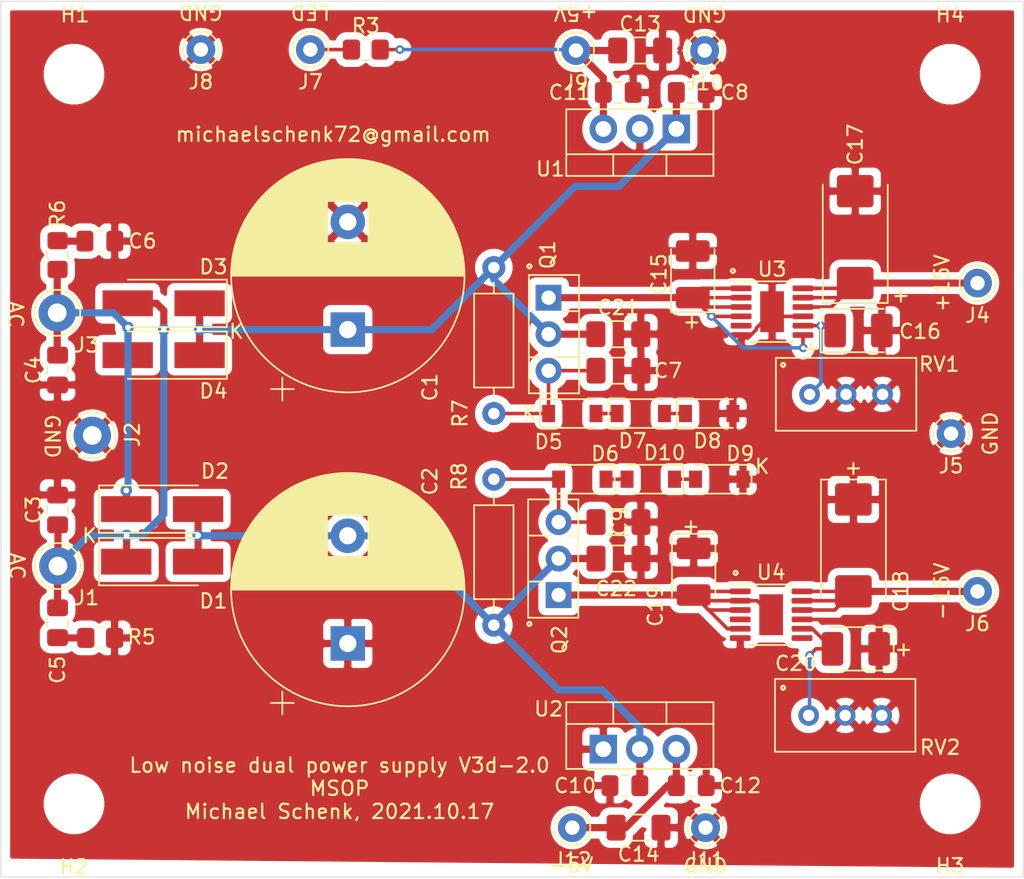
<source format=kicad_pcb>
(kicad_pcb (version 20171130) (host pcbnew "(5.1.10-0-10_14)")
  (layers (0 F.Cu signal) (31 B.Cu signal) (34 B.Paste user) (35 F.Paste user) (36 B.SilkS user) (37 F.SilkS user) (38 B.Mask user) (39 F.Mask user) (44 Edge.Cuts user))
  (net 0 "")
  (net 1 GND)
  (net 2 "Net-(C1-Pad1)")
  (net 3 "Net-(C4-Pad2)")
  (net 4 "Net-(C10-Pad2)")
  (net 5 "Net-(C11-Pad1)")
  (net 6 "Net-(C12-Pad2)")
  (net 7 "Net-(J7-Pad1)")
  (net 8 "Net-(C7-Pad1)")
  (net 9 "Net-(C9-Pad2)")
  (net 10 "Net-(C17-Pad1)")
  (net 11 "Net-(C18-Pad2)")
  (net 12 "Net-(C3-Pad1)")
  (net 13 "Net-(C5-Pad2)")
  (net 14 "Net-(C6-Pad2)")
  (net 15 "Net-(C20-Pad2)")
  (net 16 "Net-(D5-Pad2)")
  (net 17 "Net-(D10-Pad2)")
  (net 18 "Net-(D7-Pad2)")
  (net 19 "Net-(D10-Pad1)")
  (net 20 "Net-(C15-Pad1)")
  (net 21 "Net-(C16-Pad1)")
  (net 22 "Net-(C19-Pad2)")
  (module Package_SO:MSOP-12-1EP_3x4mm_P0.65mm_EP1.65x2.85mm (layer F.Cu) (at 133.595 70.6495)
    (fp_text reference U4 (at 0 -2.95) (layer F.SilkS))
    (fp_text value LT3094xMSE)
    (pad 13 smd rect (at 0 0) (size 1.65 2.85) (layers F.Cu F.Mask) (net 22 "Net-(C19-Pad2)"))
    (pad 12 smd roundrect (at 2.15 -1.625) (size 1.45 0.4) (layers F.Cu F.Paste F.Mask) (net 11 "Net-(C18-Pad2)"))
    (pad 11 smd roundrect (at 2.15 -0.975) (size 1.45 0.4) (layers F.Cu F.Paste F.Mask) (net 11 "Net-(C18-Pad2)"))
    (pad 10 smd roundrect (at 2.15 -0.325) (size 1.45 0.4) (layers F.Cu F.Paste F.Mask) (net 11 "Net-(C18-Pad2)"))
    (pad 9 smd roundrect (at 2.15 0.325) (size 1.45 0.4) (layers F.Cu F.Paste F.Mask) (net 1 GND))
    (pad 8 smd roundrect (at 2.15 0.975) (size 1.45 0.4) (layers F.Cu F.Paste F.Mask) (net 15 "Net-(C20-Pad2)"))
    (pad 7 smd roundrect (at 2.15 1.625) (size 1.45 0.4) (layers F.Cu F.Paste F.Mask))
    (pad 6 smd roundrect (at -2.15 1.625) (size 1.45 0.4) (layers F.Cu F.Paste F.Mask) (net 1 GND))
    (pad 5 smd roundrect (at -2.15 0.975) (size 1.45 0.4) (layers F.Cu F.Paste F.Mask) (net 22 "Net-(C19-Pad2)"))
    (pad 4 smd roundrect (at -2.15 0.325) (size 1.45 0.4) (layers F.Cu F.Paste F.Mask))
    (pad 3 smd roundrect (at -2.15 -0.325) (size 1.45 0.4) (layers F.Cu F.Paste F.Mask) (net 22 "Net-(C19-Pad2)"))
    (pad 2 smd roundrect (at -2.15 -0.975) (size 1.45 0.4) (layers F.Cu F.Paste F.Mask) (net 22 "Net-(C19-Pad2)"))
    (pad 1 smd roundrect (at -2.15 -1.625) (size 1.45 0.4) (layers F.Cu F.Paste F.Mask) (net 22 "Net-(C19-Pad2)"))
  )
  (module Package_SO:MSOP-12-1EP_3x4mm_P0.65mm_EP1.65x2.85mm (layer F.Cu) (at 133.6585 49.5525)
    (fp_text reference U3 (at 0 -2.95) (layer F.SilkS))
    (fp_text value LT3045xMSE)
    (pad 13 smd rect (at 0 0) (size 1.65 2.85) (layers F.Cu F.Mask) (net 1 GND))
    (pad 12 smd roundrect (at 2.15 -1.625) (size 1.45 0.4) (layers F.Cu F.Paste F.Mask) (net 10 "Net-(C17-Pad1)"))
    (pad 11 smd roundrect (at 2.15 -0.975) (size 1.45 0.4) (layers F.Cu F.Paste F.Mask) (net 10 "Net-(C17-Pad1)"))
    (pad 10 smd roundrect (at 2.15 -0.325) (size 1.45 0.4) (layers F.Cu F.Paste F.Mask) (net 10 "Net-(C17-Pad1)"))
    (pad 9 smd roundrect (at 2.15 0.325) (size 1.45 0.4) (layers F.Cu F.Paste F.Mask) (net 1 GND))
    (pad 8 smd roundrect (at 2.15 0.975) (size 1.45 0.4) (layers F.Cu F.Paste F.Mask) (net 21 "Net-(C16-Pad1)"))
    (pad 7 smd roundrect (at 2.15 1.625) (size 1.45 0.4) (layers F.Cu F.Paste F.Mask) (net 20 "Net-(C15-Pad1)"))
    (pad 6 smd roundrect (at -2.15 1.625) (size 1.45 0.4) (layers F.Cu F.Paste F.Mask) (net 1 GND))
    (pad 5 smd roundrect (at -2.15 0.975) (size 1.45 0.4) (layers F.Cu F.Paste F.Mask))
    (pad 4 smd roundrect (at -2.15 0.325) (size 1.45 0.4) (layers F.Cu F.Paste F.Mask) (net 20 "Net-(C15-Pad1)"))
    (pad 3 smd roundrect (at -2.15 -0.325) (size 1.45 0.4) (layers F.Cu F.Paste F.Mask) (net 20 "Net-(C15-Pad1)"))
    (pad 2 smd roundrect (at -2.15 -0.975) (size 1.45 0.4) (layers F.Cu F.Paste F.Mask) (net 20 "Net-(C15-Pad1)"))
    (pad 1 smd roundrect (at -2.15 -1.625) (size 1.45 0.4) (layers F.Cu F.Paste F.Mask) (net 20 "Net-(C15-Pad1)"))
  )
  (module Capacitor_SMD:C_1206_3216Metric_Pad1.33x1.80mm_HandSolder (layer F.Cu) (at 122.9745 66.7385 180)
    (fp_text reference C22 (at 0.1655 -2.0955 180) (layer F.SilkS))
    (fp_text value 4.7uF/50V)
    (pad 2 smd roundrect (at 1.5625 0 180) (size 1.325 1.8) (layers F.Cu F.Paste F.Mask) (roundrect_rratio 0.188679) (net 4 "Net-(C10-Pad2)"))
    (pad 1 smd roundrect (at -1.5625 0 180) (size 1.325 1.8) (layers F.Cu F.Paste F.Mask) (roundrect_rratio 0.188679) (net 1 GND))
  )
  (module Capacitor_SMD:C_1206_3216Metric_Pad1.33x1.80mm_HandSolder (layer F.Cu) (at 122.961 51.1175)
    (fp_text reference C21 (at 0 -1.85) (layer F.SilkS))
    (fp_text value 4.7uF/50V)
    (pad 2 smd roundrect (at 1.5625 0) (size 1.325 1.8) (layers F.Cu F.Paste F.Mask) (roundrect_rratio 0.188679) (net 1 GND))
    (pad 1 smd roundrect (at -1.5625 0) (size 1.325 1.8) (layers F.Cu F.Paste F.Mask) (roundrect_rratio 0.188679) (net 2 "Net-(C1-Pad1)"))
  )
  (module Capacitor_Tantalum_SMD:CP_EIA-3528-15_AVX-H_Pad1.50x2.35mm_HandSolder (layer F.Cu) (at 139.4835 73.025 180)
    (fp_text reference C20 (at 4.165 -1.016) (layer F.SilkS))
    (fp_text value 4.7uF/35V)
    (pad 2 smd roundrect (at 1.625 0 180) (size 1.5 2.35) (layers F.Cu F.Paste F.Mask) (roundrect_rratio 0.166667) (net 15 "Net-(C20-Pad2)"))
    (pad 1 smd roundrect (at -1.625 0 180) (size 1.5 2.35) (layers F.Cu F.Paste F.Mask) (roundrect_rratio 0.166667) (net 1 GND))
  )
  (module Capacitor_Tantalum_SMD:CP_EIA-3528-15_AVX-H_Pad1.50x2.35mm_HandSolder (layer F.Cu) (at 128.2065 67.6535 270)
    (fp_text reference C19 (at 2.387 2.667 90) (layer F.SilkS))
    (fp_text value 4.7uF/35V)
    (pad 2 smd roundrect (at 1.625 0 270) (size 1.5 2.35) (layers F.Cu F.Paste F.Mask) (roundrect_rratio 0.166667) (net 22 "Net-(C19-Pad2)"))
    (pad 1 smd roundrect (at -1.625 0 270) (size 1.5 2.35) (layers F.Cu F.Paste F.Mask) (roundrect_rratio 0.166667) (net 1 GND))
  )
  (module Capacitor_Tantalum_SMD:CP_EIA-3528-15_AVX-H_Pad1.50x2.35mm_HandSolder (layer F.Cu) (at 139.674 50.8635)
    (fp_text reference C16 (at 4.2805 0.0635) (layer F.SilkS))
    (fp_text value 4.7uF/35V)
    (pad 2 smd roundrect (at 1.625 0) (size 1.5 2.35) (layers F.Cu F.Paste F.Mask) (roundrect_rratio 0.166667) (net 1 GND))
    (pad 1 smd roundrect (at -1.625 0) (size 1.5 2.35) (layers F.Cu F.Paste F.Mask) (roundrect_rratio 0.166667) (net 21 "Net-(C16-Pad1)"))
  )
  (module Capacitor_Tantalum_SMD:CP_EIA-3528-15_AVX-H_Pad1.50x2.35mm_HandSolder (layer F.Cu) (at 128.143 46.9525 90)
    (fp_text reference C15 (at 0 -2.35 90) (layer F.SilkS))
    (fp_text value 4.7uF/35V)
    (pad 2 smd roundrect (at 1.625 0 90) (size 1.5 2.35) (layers F.Cu F.Paste F.Mask) (roundrect_rratio 0.166667) (net 1 GND))
    (pad 1 smd roundrect (at -1.625 0 90) (size 1.5 2.35) (layers F.Cu F.Paste F.Mask) (roundrect_rratio 0.166667) (net 20 "Net-(C15-Pad1)"))
  )
  (module Capacitor_SMD:C_1206_3216Metric_Pad1.33x1.80mm_HandSolder (layer F.Cu) (at 122.9745 64.1985 180)
    (fp_text reference C9 (at -0.0885 0 90) (layer F.SilkS))
    (fp_text value 4.7uF/50V)
    (pad 2 smd roundrect (at 1.5625 0 180) (size 1.325 1.8) (layers F.Cu F.Paste F.Mask) (roundrect_rratio 0.188679) (net 9 "Net-(C9-Pad2)"))
    (pad 1 smd roundrect (at -1.5625 0 180) (size 1.325 1.8) (layers F.Cu F.Paste F.Mask) (roundrect_rratio 0.188679) (net 1 GND))
  )
  (module Capacitor_SMD:C_1206_3216Metric_Pad1.33x1.80mm_HandSolder (layer F.Cu) (at 122.9745 53.6575)
    (fp_text reference C7 (at 3.454 0) (layer F.SilkS))
    (fp_text value 4.7uF/50V)
    (pad 2 smd roundrect (at 1.5625 0) (size 1.325 1.8) (layers F.Cu F.Paste F.Mask) (roundrect_rratio 0.188679) (net 1 GND))
    (pad 1 smd roundrect (at -1.5625 0) (size 1.325 1.8) (layers F.Cu F.Paste F.Mask) (roundrect_rratio 0.188679) (net 8 "Net-(C7-Pad1)"))
  )
  (module Connector_Pin:Pin_D1.0mm_L10.0mm (layer F.Cu) (at 119.761 85.471)
    (fp_text reference J12 (at 0 2.25) (layer F.SilkS))
    (fp_text value -5V)
    (pad 1 thru_hole circle (at 0 0) (size 2 2) (drill 1) (layers *.Cu *.Mask) (net 6 "Net-(C12-Pad2)"))
  )
  (module Connector_Pin:Pin_D1.0mm_L10.0mm (layer F.Cu) (at 129.032 85.471)
    (fp_text reference J11 (at 0 2.25) (layer F.SilkS))
    (fp_text value GND)
    (pad 1 thru_hole circle (at 0 0) (size 2 2) (drill 1) (layers *.Cu *.Mask) (net 1 GND))
  )
  (module Connector_Pin:Pin_D1.0mm_L10.0mm (layer F.Cu) (at 128.9685 31.369)
    (fp_text reference J10 (at 0 2.25) (layer F.SilkS))
    (fp_text value GND)
    (pad 1 thru_hole circle (at 0 0) (size 2 2) (drill 1) (layers *.Cu *.Mask) (net 1 GND))
  )
  (module Connector_Pin:Pin_D1.0mm_L10.0mm (layer F.Cu) (at 120.015 31.369)
    (fp_text reference J9 (at 0 2.25) (layer F.SilkS))
    (fp_text value +5V)
    (pad 1 thru_hole circle (at 0 0) (size 2 2) (drill 1) (layers *.Cu *.Mask) (net 5 "Net-(C11-Pad1)"))
  )
  (module Connector_Pin:Pin_D1.0mm_L10.0mm (layer F.Cu) (at 93.9165 31.3055)
    (fp_text reference J8 (at 0 2.25) (layer F.SilkS))
    (fp_text value GND)
    (pad 1 thru_hole circle (at 0 0) (size 2 2) (drill 1) (layers *.Cu *.Mask) (net 1 GND))
  )
  (module Connector_Pin:Pin_D1.0mm_L10.0mm (layer F.Cu) (at 101.5365 31.3055)
    (fp_text reference J7 (at 0 2.25) (layer F.SilkS))
    (fp_text value LED)
    (pad 1 thru_hole circle (at 0 0) (size 2 2) (drill 1) (layers *.Cu *.Mask) (net 7 "Net-(J7-Pad1)"))
  )
  (module Connector_Pin:Pin_D1.0mm_L10.0mm (layer F.Cu) (at 147.955 69.0245)
    (fp_text reference J6 (at 0 2.25) (layer F.SilkS))
    (fp_text value -15V)
    (pad 1 thru_hole circle (at 0 0) (size 2 2) (drill 1) (layers *.Cu *.Mask) (net 11 "Net-(C18-Pad2)"))
  )
  (module Connector_Pin:Pin_D1.0mm_L10.0mm (layer F.Cu) (at 146.1135 58.039)
    (fp_text reference J5 (at 0 2.25) (layer F.SilkS))
    (fp_text value GND)
    (pad 1 thru_hole circle (at 0 0) (size 2 2) (drill 1) (layers *.Cu *.Mask) (net 1 GND))
  )
  (module Connector_Pin:Pin_D1.0mm_L10.0mm (layer F.Cu) (at 147.955 47.5615)
    (fp_text reference J4 (at 0 2.25) (layer F.SilkS))
    (fp_text value +15V)
    (pad 1 thru_hole circle (at 0 0) (size 2 2) (drill 1) (layers *.Cu *.Mask) (net 10 "Net-(C17-Pad1)"))
  )
  (module Diode_SMD:D_SOD-123 (layer F.Cu) (at 125.221 61.214 180)
    (fp_text reference D10 (at -0.9535 1.8415) (layer F.SilkS))
    (fp_text value MMSZ5232B/5.6V)
    (pad 2 smd rect (at 1.65 0 180) (size 0.9 1.2) (layers F.Cu F.Paste F.Mask) (net 17 "Net-(D10-Pad2)"))
    (pad 1 smd rect (at -1.65 0 180) (size 0.9 1.2) (layers F.Cu F.Paste F.Mask) (net 19 "Net-(D10-Pad1)"))
  )
  (module Diode_SMD:D_SOD-123 (layer F.Cu) (at 129.9835 61.214 180)
    (fp_text reference D9 (at -1.4615 1.778) (layer F.SilkS))
    (fp_text value MMSZ5232B/5.6V)
    (pad 2 smd rect (at 1.65 0 180) (size 0.9 1.2) (layers F.Cu F.Paste F.Mask) (net 19 "Net-(D10-Pad1)"))
    (pad 1 smd rect (at -1.65 0 180) (size 0.9 1.2) (layers F.Cu F.Paste F.Mask) (net 1 GND))
  )
  (module Diode_SMD:D_SOD-123 (layer F.Cu) (at 129.285 56.642)
    (fp_text reference D8 (at -0.126 1.905) (layer F.SilkS))
    (fp_text value MMSZ5232B/5.6V)
    (pad 2 smd rect (at 1.65 0) (size 0.9 1.2) (layers F.Cu F.Paste F.Mask) (net 1 GND))
    (pad 1 smd rect (at -1.65 0) (size 0.9 1.2) (layers F.Cu F.Paste F.Mask) (net 18 "Net-(D7-Pad2)"))
  )
  (module Diode_SMD:D_SOD-123 (layer F.Cu) (at 124.5225 56.642)
    (fp_text reference D7 (at -0.5705 1.905) (layer F.SilkS))
    (fp_text value MMSZ5232B/5.6V)
    (pad 2 smd rect (at 1.65 0) (size 0.9 1.2) (layers F.Cu F.Paste F.Mask) (net 18 "Net-(D7-Pad2)"))
    (pad 1 smd rect (at -1.65 0) (size 0.9 1.2) (layers F.Cu F.Paste F.Mask) (net 16 "Net-(D5-Pad2)"))
  )
  (module Capacitor_SMD:C_1206_3216Metric_Pad1.33x1.80mm_HandSolder (layer F.Cu) (at 124.3715 85.471 180)
    (fp_text reference C14 (at 0 -1.85) (layer F.SilkS))
    (fp_text value 10uF/25V)
    (pad 2 smd roundrect (at 1.5625 0 180) (size 1.325 1.8) (layers F.Cu F.Paste F.Mask) (roundrect_rratio 0.1886784905660377) (net 6 "Net-(C12-Pad2)"))
    (pad 1 smd roundrect (at -1.5625 0 180) (size 1.325 1.8) (layers F.Cu F.Paste F.Mask) (roundrect_rratio 0.1886784905660377) (net 1 GND))
  )
  (module Capacitor_SMD:C_1206_3216Metric_Pad1.33x1.80mm_HandSolder (layer F.Cu) (at 124.485 31.369)
    (fp_text reference C13 (at 0 -1.85) (layer F.SilkS))
    (fp_text value 10uF/25V)
    (pad 2 smd roundrect (at 1.5625 0) (size 1.325 1.8) (layers F.Cu F.Paste F.Mask) (roundrect_rratio 0.1886784905660377) (net 1 GND))
    (pad 1 smd roundrect (at -1.5625 0) (size 1.325 1.8) (layers F.Cu F.Paste F.Mask) (roundrect_rratio 0.1886784905660377) (net 5 "Net-(C11-Pad1)"))
  )
  (module Capacitor_SMD:C_0805_2012Metric_Pad1.18x1.45mm_HandSolder (layer F.Cu) (at 122.9575 34.29)
    (fp_text reference C11 (at -3.387 0) (layer F.SilkS))
    (fp_text value 100nF)
    (pad 2 smd roundrect (at 1.0375 0) (size 1.175 1.45) (layers F.Cu F.Paste F.Mask) (roundrect_rratio 0.2127659574468085) (net 1 GND))
    (pad 1 smd roundrect (at -1.0375 0) (size 1.175 1.45) (layers F.Cu F.Paste F.Mask) (roundrect_rratio 0.2127659574468085) (net 5 "Net-(C11-Pad1)"))
  )
  (module Resistor_THT:R_Axial_DIN0207_L6.3mm_D2.5mm_P10.16mm_Horizontal (layer F.Cu) (at 114.3 61.214 270)
    (fp_text reference R8 (at -0.1905 2.413 90) (layer F.SilkS))
    (fp_text value 430R/0.6W)
    (pad 2 thru_hole oval (at 10.16 0 270) (size 1.6 1.6) (drill 0.8) (layers *.Cu *.Mask) (net 4 "Net-(C10-Pad2)"))
    (pad 1 thru_hole circle (at 0 0 270) (size 1.6 1.6) (drill 0.8) (layers *.Cu *.Mask) (net 9 "Net-(C9-Pad2)"))
  )
  (module Resistor_THT:R_Axial_DIN0207_L6.3mm_D2.5mm_P10.16mm_Horizontal (layer F.Cu) (at 114.3 46.482 270)
    (fp_text reference R7 (at 10.16 2.3495 90) (layer F.SilkS))
    (fp_text value 430R/0.6W)
    (pad 2 thru_hole oval (at 10.16 0 270) (size 1.6 1.6) (drill 0.8) (layers *.Cu *.Mask) (net 8 "Net-(C7-Pad1)"))
    (pad 1 thru_hole circle (at 0 0 270) (size 1.6 1.6) (drill 0.8) (layers *.Cu *.Mask) (net 2 "Net-(C1-Pad1)"))
  )
  (module Resistor_SMD:R_0805_2012Metric_Pad1.20x1.40mm_HandSolder (layer F.Cu) (at 83.947 45.609 270)
    (fp_text reference R6 (at -2.8735 0 90) (layer F.SilkS))
    (fp_text value Rs/1/8W)
    (pad 2 smd roundrect (at 1 0 270) (size 1.2 1.4) (layers F.Cu F.Paste F.Mask) (roundrect_rratio 0.2083325) (net 3 "Net-(C4-Pad2)"))
    (pad 1 smd roundrect (at -1 0 270) (size 1.2 1.4) (layers F.Cu F.Paste F.Mask) (roundrect_rratio 0.2083325) (net 14 "Net-(C6-Pad2)"))
  )
  (module Resistor_SMD:R_0805_2012Metric_Pad1.20x1.40mm_HandSolder (layer F.Cu) (at 86.9155 72.263)
    (fp_text reference R5 (at 2.8735 -0.0635) (layer F.SilkS))
    (fp_text value Rs/1/8W)
    (pad 2 smd roundrect (at 1 0) (size 1.2 1.4) (layers F.Cu F.Paste F.Mask) (roundrect_rratio 0.2083325) (net 1 GND))
    (pad 1 smd roundrect (at -1 0) (size 1.2 1.4) (layers F.Cu F.Paste F.Mask) (roundrect_rratio 0.2083325) (net 13 "Net-(C5-Pad2)"))
  )
  (module Package_TO_SOT_THT:TO-126-3_Vertical (layer F.Cu) (at 118.8085 69.2785 90)
    (fp_text reference Q2 (at -3.1115 0.0635 90) (layer F.SilkS))
    (fp_text value BD140)
    (pad 3 thru_hole oval (at 5.08 0 90) (size 1.8 1.8) (drill 1) (layers *.Cu *.Mask) (net 9 "Net-(C9-Pad2)"))
    (pad 2 thru_hole oval (at 2.54 0 90) (size 1.8 1.8) (drill 1) (layers *.Cu *.Mask) (net 4 "Net-(C10-Pad2)"))
    (pad 1 thru_hole rect (at 0 0 90) (size 1.8 1.8) (drill 1) (layers *.Cu *.Mask) (net 22 "Net-(C19-Pad2)"))
  )
  (module Package_TO_SOT_THT:TO-126-3_Vertical (layer F.Cu) (at 118.11 48.5775 270)
    (fp_text reference Q1 (at -2.9845 0.0635 90) (layer F.SilkS))
    (fp_text value BD139)
    (pad 3 thru_hole oval (at 5.08 0 270) (size 1.8 1.8) (drill 1) (layers *.Cu *.Mask) (net 8 "Net-(C7-Pad1)"))
    (pad 2 thru_hole oval (at 2.54 0 270) (size 1.8 1.8) (drill 1) (layers *.Cu *.Mask) (net 2 "Net-(C1-Pad1)"))
    (pad 1 thru_hole rect (at 0 0 270) (size 1.8 1.8) (drill 1) (layers *.Cu *.Mask) (net 20 "Net-(C15-Pad1)"))
  )
  (module Diode_SMD:D_SOD-123 (layer F.Cu) (at 120.4585 61.214 180)
    (fp_text reference D6 (at -1.5885 1.778) (layer F.SilkS))
    (fp_text value MMSZ5232B/5.6V)
    (pad 2 smd rect (at 1.65 0 180) (size 0.9 1.2) (layers F.Cu F.Paste F.Mask) (net 9 "Net-(C9-Pad2)"))
    (pad 1 smd rect (at -1.65 0 180) (size 0.9 1.2) (layers F.Cu F.Paste F.Mask) (net 17 "Net-(D10-Pad2)"))
  )
  (module Diode_SMD:D_SOD-123 (layer F.Cu) (at 119.76 56.642)
    (fp_text reference D5 (at -1.65 1.9685) (layer F.SilkS))
    (fp_text value MMSZ5232B/5.6V)
    (pad 2 smd rect (at 1.65 0) (size 0.9 1.2) (layers F.Cu F.Paste F.Mask) (net 16 "Net-(D5-Pad2)"))
    (pad 1 smd rect (at -1.65 0) (size 0.9 1.2) (layers F.Cu F.Paste F.Mask) (net 8 "Net-(C7-Pad1)"))
  )
  (module Capacitor_SMD:C_0805_2012Metric_Pad1.18x1.45mm_HandSolder (layer F.Cu) (at 86.8895 44.6405 180)
    (fp_text reference C6 (at -2.963 0) (layer F.SilkS))
    (fp_text value Cs/50V)
    (pad 2 smd roundrect (at 1.0375 0 180) (size 1.175 1.45) (layers F.Cu F.Paste F.Mask) (roundrect_rratio 0.2127659574468085) (net 14 "Net-(C6-Pad2)"))
    (pad 1 smd roundrect (at -1.0375 0 180) (size 1.175 1.45) (layers F.Cu F.Paste F.Mask) (roundrect_rratio 0.2127659574468085) (net 1 GND))
  )
  (module Capacitor_SMD:C_0805_2012Metric_Pad1.18x1.45mm_HandSolder (layer F.Cu) (at 83.947 71.205 270)
    (fp_text reference C5 (at 3.2805 0 90) (layer F.SilkS))
    (fp_text value Cs/50V)
    (pad 2 smd roundrect (at 1.0375 0 270) (size 1.175 1.45) (layers F.Cu F.Paste F.Mask) (roundrect_rratio 0.2127659574468085) (net 13 "Net-(C5-Pad2)"))
    (pad 1 smd roundrect (at -1.0375 0 270) (size 1.175 1.45) (layers F.Cu F.Paste F.Mask) (roundrect_rratio 0.2127659574468085) (net 12 "Net-(C3-Pad1)"))
  )
  (module Capacitor_SMD:C_0805_2012Metric_Pad1.18x1.45mm_HandSolder (layer F.Cu) (at 83.947 53.6155 90)
    (fp_text reference C4 (at 0 -1.68 90) (layer F.SilkS))
    (fp_text value Cx/10nF/50V)
    (pad 2 smd roundrect (at 1.0375 0 90) (size 1.175 1.45) (layers F.Cu F.Paste F.Mask) (roundrect_rratio 0.2127659574468085) (net 3 "Net-(C4-Pad2)"))
    (pad 1 smd roundrect (at -1.0375 0 90) (size 1.175 1.45) (layers F.Cu F.Paste F.Mask) (roundrect_rratio 0.2127659574468085) (net 1 GND))
  )
  (module Capacitor_SMD:C_0805_2012Metric_Pad1.18x1.45mm_HandSolder (layer F.Cu) (at 83.947 63.3515 90)
    (fp_text reference C3 (at 0 -1.68 90) (layer F.SilkS))
    (fp_text value Cx/10nF/50V)
    (pad 2 smd roundrect (at 1.0375 0 90) (size 1.175 1.45) (layers F.Cu F.Paste F.Mask) (roundrect_rratio 0.2127659574468085) (net 1 GND))
    (pad 1 smd roundrect (at -1.0375 0 90) (size 1.175 1.45) (layers F.Cu F.Paste F.Mask) (roundrect_rratio 0.2127659574468085) (net 12 "Net-(C3-Pad1)"))
  )
  (module Capacitor_Tantalum_SMD:CP_EIA-7343-31_Kemet-D_Pad2.25x2.55mm_HandSolder (layer F.Cu) (at 139.319 65.8245 270)
    (fp_text reference C18 (at 3.2 -3.302 90) (layer F.SilkS))
    (fp_text value 33uF)
    (pad 2 smd roundrect (at 3.2 0 270) (size 2.25 2.55) (layers F.Cu F.Paste F.Mask) (roundrect_rratio 0.1111106666666667) (net 11 "Net-(C18-Pad2)"))
    (pad 1 smd roundrect (at -3.2 0 270) (size 2.25 2.55) (layers F.Cu F.Paste F.Mask) (roundrect_rratio 0.1111106666666667) (net 1 GND))
  )
  (module Capacitor_Tantalum_SMD:CP_EIA-7343-31_Kemet-D_Pad2.25x2.55mm_HandSolder (layer F.Cu) (at 139.446 44.3615 90)
    (fp_text reference C17 (at 6.452 0 90) (layer F.SilkS))
    (fp_text value 33uF)
    (pad 2 smd roundrect (at 3.2 0 90) (size 2.25 2.55) (layers F.Cu F.Paste F.Mask) (roundrect_rratio 0.1111106666666667) (net 1 GND))
    (pad 1 smd roundrect (at -3.2 0 90) (size 2.25 2.55) (layers F.Cu F.Paste F.Mask) (roundrect_rratio 0.1111106666666667) (net 10 "Net-(C17-Pad1)"))
  )
  (module Package_TO_SOT_THT:TO-220-3_Vertical (layer F.Cu) (at 121.92 80.01)
    (fp_text reference U2 (at -3.81 -2.794) (layer F.SilkS))
    (fp_text value LM7905_TO220)
    (pad 3 thru_hole oval (at 5.08 0) (size 1.905 2) (drill 1.1) (layers *.Cu *.Mask) (net 6 "Net-(C12-Pad2)"))
    (pad 2 thru_hole oval (at 2.54 0) (size 1.905 2) (drill 1.1) (layers *.Cu *.Mask) (net 4 "Net-(C10-Pad2)"))
    (pad 1 thru_hole rect (at 0 0) (size 1.905 2) (drill 1.1) (layers *.Cu *.Mask) (net 1 GND))
  )
  (module Package_TO_SOT_THT:TO-220-3_Vertical (layer F.Cu) (at 127 36.83 180)
    (fp_text reference U1 (at 8.763 -2.794) (layer F.SilkS))
    (fp_text value LM7805_TO220)
    (pad 3 thru_hole oval (at 5.08 0 180) (size 1.905 2) (drill 1.1) (layers *.Cu *.Mask) (net 5 "Net-(C11-Pad1)"))
    (pad 2 thru_hole oval (at 2.54 0 180) (size 1.905 2) (drill 1.1) (layers *.Cu *.Mask) (net 1 GND))
    (pad 1 thru_hole rect (at 0 0 180) (size 1.905 2) (drill 1.1) (layers *.Cu *.Mask) (net 2 "Net-(C1-Pad1)"))
  )
  (module Diode_SMD:D_SMA_Handsoldering (layer F.Cu) (at 91.3276 52.578 180)
    (fp_text reference D4 (at -3.4652 -2.5) (layer F.SilkS))
    (fp_text value BYG20D)
    (pad 2 smd rect (at 2.5 0 180) (size 3.5 1.8) (layers F.Cu F.Paste F.Mask) (net 3 "Net-(C4-Pad2)"))
    (pad 1 smd rect (at -2.5 0 180) (size 3.5 1.8) (layers F.Cu F.Paste F.Mask) (net 2 "Net-(C1-Pad1)"))
  )
  (module Diode_SMD:D_SMA_Handsoldering (layer F.Cu) (at 91.3276 48.9712 180)
    (fp_text reference D3 (at -3.4652 2.54) (layer F.SilkS))
    (fp_text value BYG20D)
    (pad 2 smd rect (at 2.5 0 180) (size 3.5 1.8) (layers F.Cu F.Paste F.Mask) (net 12 "Net-(C3-Pad1)"))
    (pad 1 smd rect (at -2.5 0 180) (size 3.5 1.8) (layers F.Cu F.Paste F.Mask) (net 2 "Net-(C1-Pad1)"))
  )
  (module Diode_SMD:D_SMA_Handsoldering (layer F.Cu) (at 91.226 63.2968)
    (fp_text reference D2 (at 3.6684 -2.6416) (layer F.SilkS))
    (fp_text value BYG20D)
    (pad 2 smd rect (at 2.5 0) (size 3.5 1.8) (layers F.Cu F.Paste F.Mask) (net 4 "Net-(C10-Pad2)"))
    (pad 1 smd rect (at -2.5 0) (size 3.5 1.8) (layers F.Cu F.Paste F.Mask) (net 3 "Net-(C4-Pad2)"))
  )
  (module Diode_SMD:D_SMA_Handsoldering (layer F.Cu) (at 91.226 66.9544)
    (fp_text reference D1 (at 3.5668 2.7432) (layer F.SilkS))
    (fp_text value BYG20D)
    (pad 2 smd rect (at 2.5 0) (size 3.5 1.8) (layers F.Cu F.Paste F.Mask) (net 4 "Net-(C10-Pad2)"))
    (pad 1 smd rect (at -2.5 0) (size 3.5 1.8) (layers F.Cu F.Paste F.Mask) (net 12 "Net-(C3-Pad1)"))
  )
  (module Capacitor_THT:CP_Radial_D16.0mm_P7.50mm (layer F.Cu) (at 104.14 72.651 90)
    (fp_text reference C2 (at 11.2846 5.715 90) (layer F.SilkS))
    (fp_text value 2200uF)
    (pad 2 thru_hole circle (at 7.5 0 90) (size 2.4 2.4) (drill 1.2) (layers *.Cu *.Mask) (net 4 "Net-(C10-Pad2)"))
    (pad 1 thru_hole rect (at 0 0 90) (size 2.4 2.4) (drill 1.2) (layers *.Cu *.Mask) (net 1 GND))
  )
  (module Capacitor_THT:CP_Radial_D16.0mm_P7.50mm (layer F.Cu) (at 104.14 50.8 90)
    (fp_text reference C1 (at -4.0132 5.715 90) (layer F.SilkS))
    (fp_text value 2200uF)
    (pad 2 thru_hole circle (at 7.5 0 90) (size 2.4 2.4) (drill 1.2) (layers *.Cu *.Mask) (net 1 GND))
    (pad 1 thru_hole rect (at 0 0 90) (size 2.4 2.4) (drill 1.2) (layers *.Cu *.Mask) (net 2 "Net-(C1-Pad1)"))
  )
  (module Resistor_SMD:R_0805_2012Metric_Pad1.20x1.40mm_HandSolder (layer F.Cu) (at 105.394 31.3055)
    (fp_text reference R3 (at 0 -1.65) (layer F.SilkS))
    (fp_text value 240R)
    (pad 2 smd roundrect (at 1 0) (size 1.2 1.4) (layers F.Cu F.Paste F.Mask) (roundrect_rratio 0.2083325) (net 5 "Net-(C11-Pad1)"))
    (pad 1 smd roundrect (at -1 0) (size 1.2 1.4) (layers F.Cu F.Paste F.Mask) (roundrect_rratio 0.2083325) (net 7 "Net-(J7-Pad1)"))
  )
  (module Capacitor_SMD:C_0805_2012Metric_Pad1.18x1.45mm_HandSolder (layer F.Cu) (at 128.0375 82.55 180)
    (fp_text reference C12 (at -3.4075 0) (layer F.SilkS))
    (fp_text value 100nF)
    (pad 2 smd roundrect (at 1.0375 0 180) (size 1.175 1.45) (layers F.Cu F.Paste F.Mask) (roundrect_rratio 0.2127659574468085) (net 6 "Net-(C12-Pad2)"))
    (pad 1 smd roundrect (at -1.0375 0 180) (size 1.175 1.45) (layers F.Cu F.Paste F.Mask) (roundrect_rratio 0.2127659574468085) (net 1 GND))
  )
  (module Capacitor_SMD:C_0805_2012Metric_Pad1.18x1.45mm_HandSolder (layer F.Cu) (at 123.4225 82.55)
    (fp_text reference C10 (at -3.471 0) (layer F.SilkS))
    (fp_text value 330nF)
    (pad 2 smd roundrect (at 1.0375 0) (size 1.175 1.45) (layers F.Cu F.Paste F.Mask) (roundrect_rratio 0.2127659574468085) (net 4 "Net-(C10-Pad2)"))
    (pad 1 smd roundrect (at -1.0375 0) (size 1.175 1.45) (layers F.Cu F.Paste F.Mask) (roundrect_rratio 0.2127659574468085) (net 1 GND))
  )
  (module Capacitor_SMD:C_0805_2012Metric_Pad1.18x1.45mm_HandSolder (layer F.Cu) (at 128.0375 34.29)
    (fp_text reference C8 (at 3.0265 0) (layer F.SilkS))
    (fp_text value 330nF)
    (pad 2 smd roundrect (at 1.0375 0) (size 1.175 1.45) (layers F.Cu F.Paste F.Mask) (roundrect_rratio 0.2127659574468085) (net 1 GND))
    (pad 1 smd roundrect (at -1.0375 0) (size 1.175 1.45) (layers F.Cu F.Paste F.Mask) (roundrect_rratio 0.2127659574468085) (net 2 "Net-(C1-Pad1)"))
  )
  (module Potentiometer_THT:Potentiometer_Bourns_3296W_Vertical (layer F.Cu) (at 136.2075 77.6605 180)
    (fp_text reference RV2 (at -9.144 -2.2225) (layer F.SilkS))
    (fp_text value 200k)
    (pad 3 thru_hole circle (at -5.08 0 180) (size 1.44 1.44) (drill 0.8) (layers *.Cu *.Mask) (net 1 GND))
    (pad 2 thru_hole circle (at -2.54 0 180) (size 1.44 1.44) (drill 0.8) (layers *.Cu *.Mask) (net 1 GND))
    (pad 1 thru_hole circle (at 0 0 180) (size 1.44 1.44) (drill 0.8) (layers *.Cu *.Mask) (net 15 "Net-(C20-Pad2)"))
  )
  (module Potentiometer_THT:Potentiometer_Bourns_3296W_Vertical (layer F.Cu) (at 136.271 55.3085 180)
    (fp_text reference RV1 (at -9.017 2.0955) (layer F.SilkS))
    (fp_text value 200k)
    (pad 3 thru_hole circle (at -5.08 0 180) (size 1.44 1.44) (drill 0.8) (layers *.Cu *.Mask) (net 1 GND))
    (pad 2 thru_hole circle (at -2.54 0 180) (size 1.44 1.44) (drill 0.8) (layers *.Cu *.Mask) (net 1 GND))
    (pad 1 thru_hole circle (at 0 0 180) (size 1.44 1.44) (drill 0.8) (layers *.Cu *.Mask) (net 21 "Net-(C16-Pad1)"))
  )
  (module Connector_Pin:Pin_D1.3mm_L11.0mm (layer F.Cu) (at 83.9216 49.6316)
    (fp_text reference J3 (at 2.0574 2.2479 180) (layer F.SilkS))
    (fp_text value AC)
    (pad 1 thru_hole circle (at 0 0) (size 2.6 2.6) (drill 1.3) (layers *.Cu *.Mask) (net 3 "Net-(C4-Pad2)"))
  )
  (module Connector_Pin:Pin_D1.3mm_L11.0mm (layer F.Cu) (at 86.36 58.166)
    (fp_text reference J2 (at 2.794 -0.0635 270) (layer F.SilkS))
    (fp_text value GND)
    (pad 1 thru_hole circle (at 0 0) (size 2.6 2.6) (drill 1.3) (layers *.Cu *.Mask) (net 1 GND))
  )
  (module Connector_Pin:Pin_D1.3mm_L11.0mm (layer F.Cu) (at 83.9724 67.2592)
    (fp_text reference J1 (at 2.0066 2.2098) (layer F.SilkS))
    (fp_text value AC)
    (pad 1 thru_hole circle (at 0 0) (size 2.6 2.6) (drill 1.3) (layers *.Cu *.Mask) (net 12 "Net-(C3-Pad1)"))
  )
  (module MountingHole:MountingHole_3.2mm_M3 (layer F.Cu) (at 146.05 33.02)
    (fp_text reference H4 (at 0 -4.1275) (layer F.SilkS))
    (fp_text value MountingHole)
    (pad 1 np_thru_hole circle (at 0 0) (size 3.2 3.2) (drill 3.2) (layers *.Cu *.Mask))
  )
  (module MountingHole:MountingHole_3.2mm_M3 (layer F.Cu) (at 146.05 83.82)
    (fp_text reference H3 (at 0 4.318) (layer F.SilkS))
    (fp_text value MountingHole)
    (pad 1 np_thru_hole circle (at 0 0) (size 3.2 3.2) (drill 3.2) (layers *.Cu *.Mask))
  )
  (module MountingHole:MountingHole_3.2mm_M3 (layer F.Cu) (at 85.09 83.82)
    (fp_text reference H2 (at 0 4.3815) (layer F.SilkS))
    (fp_text value MountingHole)
    (pad 1 np_thru_hole circle (at 0 0) (size 3.2 3.2) (drill 3.2) (layers *.Cu *.Mask))
  )
  (module MountingHole:MountingHole_3.2mm_M3 (layer F.Cu) (at 85.09 33.02)
    (fp_text reference H1 (at 0.0635 -4.1275) (layer F.SilkS))
    (fp_text value MountingHole)
    (pad 1 np_thru_hole circle (at 0 0) (size 3.2 3.2) (drill 3.2) (layers *.Cu *.Mask))
  )
  (gr_text + (at 142.8115 73.025) (layer F.SilkS) (effects (font (size 1 1))))
  (gr_text + (at 128.016 64.4525) (layer F.SilkS) (effects (font (size 1 1))))
  (gr_text + (at 128.0795 50.2285) (layer F.SilkS) (effects (font (size 1 1))))
  (gr_text + (at 136.398 52.07) (layer F.SilkS) (effects (font (size 1 1))))
  (gr_text ° (at 116.7765 71.6915) (layer F.SilkS) (effects (font (size 1 1))))
  (gr_text ° (at 116.7765 46.7995) (layer F.SilkS) (effects (font (size 1 1))))
  (gr_text + (at 139.319 60.3885) (layer F.SilkS) (effects (font (size 1 1))))
  (gr_text + (at 142.621 48.387) (layer F.SilkS) (effects (font (size 1 1))))
  (gr_text ° (at 131.1275 68.1355) (layer F.SilkS) (effects (font (size 1 1))))
  (gr_text ° (at 134.4295 53.6575) (layer F.SilkS) (effects (font (size 1 1))))
  (gr_text ° (at 134.4295 76.1365) (layer F.SilkS) (effects (font (size 1 1))))
  (gr_text ° (at 130.937 47.117) (layer F.SilkS) (effects (font (size 1 1))))
  (gr_text K (at 132.969 60.325) (layer F.SilkS) (effects (font (size 1 1))))
  (gr_text K (at 116.7765 56.642) (layer F.SilkS) (effects (font (size 1 1))))
  (gr_text K (at 86.1695 65.151) (layer F.SilkS) (effects (font (size 1 1))))
  (gr_text K (at 96.393 50.927) (layer F.SilkS) (effects (font (size 1 1))))
  (gr_text "Low noise dual power supply V3d-2.0\nMSOP\nMichael Schenk, 2021.10.17" (at 103.5685 82.7405) (layer F.SilkS) (effects (font (size 1 1))))
  (gr_text GND (at 128.9685 28.829 180) (layer F.SilkS) (effects (font (size 1 1))))
  (gr_text +5V (at 120.015 28.7655 180) (layer F.SilkS) (effects (font (size 1 1))))
  (gr_text -5V (at 119.6975 88.0745) (layer F.SilkS) (effects (font (size 1 1))))
  (gr_text GND (at 129.032 88.138) (layer F.SilkS) (effects (font (size 1 1))))
  (gr_text GND (at 93.9165 28.702 180) (layer F.SilkS) (effects (font (size 1 1))))
  (gr_text LED (at 101.5365 28.702 180) (layer F.SilkS) (effects (font (size 1 1))))
  (gr_line (start 80.01 27.94) (end 80.01 88.9) (layer Edge.Cuts) (width 0.05))
  (gr_line (start 151.13 27.94) (end 80.01 27.94) (layer Edge.Cuts) (width 0.05))
  (gr_line (start 151.13 88.9) (end 151.13 27.94) (layer Edge.Cuts) (width 0.05))
  (gr_line (start 80.01 88.9) (end 151.13 88.9) (layer Edge.Cuts) (width 0.05))
  (gr_text michaelschenk72@gmail.com (at 103.124 37.211) (layer F.SilkS) (effects (font (size 1 1))))
  (gr_text GND (at 83.566 58.2295 270) (layer F.SilkS) (effects (font (size 1 1))))
  (gr_text AC (at 81.1276 67.2592 270) (layer F.SilkS) (effects (font (size 1 1))))
  (gr_text AC (at 81.026 49.7332 270) (layer F.SilkS) (effects (font (size 1 1))))
  (gr_text -15V (at 145.4785 69.0245 90) (layer F.SilkS) (effects (font (size 1 1))))
  (gr_text GND (at 148.844 58.039 90) (layer F.SilkS) (effects (font (size 1 1))))
  (gr_text +15V (at 145.4785 47.5615 90) (layer F.SilkS) (effects (font (size 1 1))))
  (segment (start 131.445 72.2745) (end 131.445 74.6125) (width 0.25) (layer F.Cu) (net 1))
  (segment (start 135.745 70.9745) (end 143.047 70.9745) (width 0.25) (layer F.Cu) (net 1))
  (segment (start 133.9835 49.8775) (end 133.6585 49.5525) (width 0.25) (layer F.Cu) (net 1))
  (segment (start 135.8085 49.8775) (end 133.9835 49.8775) (width 0.25) (layer F.Cu) (net 1))
  (segment (start 133.6585 49.6025) (end 133.6585 49.5525) (width 0.25) (layer F.Cu) (net 1))
  (segment (start 131.7085 51.3775) (end 131.984558 51.3775) (width 0.25) (layer F.Cu) (net 1))
  (segment (start 132.55851 50.70249) (end 133.6585 49.6025) (width 0.25) (layer F.Cu) (net 1))
  (segment (start 131.984558 51.3775) (end 132.55851 50.803548) (width 0.25) (layer F.Cu) (net 1))
  (segment (start 132.55851 50.803548) (end 132.55851 50.70249) (width 0.25) (layer F.Cu) (net 1))
  (segment (start 131.5085 51.1775) (end 131.7085 51.3775) (width 0.25) (layer F.Cu) (net 1))
  (segment (start 93.8276 52.244) (end 93.7984 52.2732) (width 0.5) (layer F.Cu) (net 2))
  (via (at 93.8276 50.8) (size 0.8) (drill 0.4) (layers F.Cu B.Cu) (net 2))
  (segment (start 93.8276 50.8) (end 93.8276 48.9712) (width 0.5) (layer F.Cu) (net 2))
  (segment (start 93.8276 50.8) (end 93.8276 52.578) (width 0.5) (layer F.Cu) (net 2))
  (segment (start 109.982 50.8) (end 114.3 46.482) (width 0.5) (layer B.Cu) (net 2))
  (segment (start 104.14 50.8) (end 109.982 50.8) (width 0.5) (layer B.Cu) (net 2))
  (segment (start 114.3 47.3075) (end 114.3 46.482) (width 0.5) (layer B.Cu) (net 2))
  (segment (start 118.11 51.1175) (end 114.3 47.3075) (width 0.5) (layer B.Cu) (net 2))
  (segment (start 127 36.83) (end 127 34.29) (width 0.5) (layer F.Cu) (net 2))
  (segment (start 114.3 46.482) (end 119.9515 40.8305) (width 0.5) (layer B.Cu) (net 2))
  (segment (start 122.9995 40.8305) (end 127 36.83) (width 0.5) (layer B.Cu) (net 2))
  (segment (start 119.9515 40.8305) (end 122.9995 40.8305) (width 0.5) (layer B.Cu) (net 2))
  (segment (start 104.14 50.8) (end 93.8276 50.8) (width 0.5) (layer B.Cu) (net 2))
  (segment (start 121.3985 51.1175) (end 118.11 51.1175) (width 0.5) (layer F.Cu) (net 2))
  (segment (start 88.726 63.2968) (end 88.726 61.9976) (width 0.5) (layer F.Cu) (net 3))
  (segment (start 87.8332 49.6316) (end 88.8492 50.6476) (width 0.5) (layer B.Cu) (net 3))
  (via (at 88.8492 50.6476) (size 0.8) (drill 0.4) (layers F.Cu B.Cu) (net 3))
  (segment (start 83.9216 49.6316) (end 87.8332 49.6316) (width 0.5) (layer B.Cu) (net 3))
  (segment (start 88.8492 52.5564) (end 88.8276 52.578) (width 0.5) (layer F.Cu) (net 3))
  (segment (start 88.8492 50.6476) (end 88.8492 52.5564) (width 0.5) (layer F.Cu) (net 3))
  (via (at 88.726 61.9976) (size 0.8) (drill 0.4) (layers F.Cu B.Cu) (net 3))
  (segment (start 88.8492 61.8744) (end 88.726 61.9976) (width 0.5) (layer B.Cu) (net 3))
  (segment (start 88.8492 50.6476) (end 88.8492 61.8744) (width 0.5) (layer B.Cu) (net 3))
  (segment (start 83.9216 52.5526) (end 83.947 52.578) (width 0.5) (layer F.Cu) (net 3))
  (segment (start 83.9216 49.6316) (end 83.9216 52.5526) (width 0.5) (layer F.Cu) (net 3))
  (segment (start 83.9216 46.6344) (end 83.947 46.609) (width 0.5) (layer F.Cu) (net 3))
  (segment (start 83.9216 49.6316) (end 83.9216 46.6344) (width 0.5) (layer F.Cu) (net 3))
  (via (at 93.726 65.1256) (size 0.8) (drill 0.4) (layers F.Cu B.Cu) (net 4))
  (segment (start 93.726 65.1256) (end 93.726 63.2968) (width 0.5) (layer F.Cu) (net 4))
  (segment (start 93.726 65.1256) (end 93.726 66.9544) (width 0.5) (layer F.Cu) (net 4))
  (segment (start 124.46 82.55) (end 124.46 80.01) (width 0.5) (layer F.Cu) (net 4))
  (segment (start 108.077 65.151) (end 114.3 71.374) (width 0.5) (layer B.Cu) (net 4))
  (segment (start 104.14 65.151) (end 108.077 65.151) (width 0.5) (layer B.Cu) (net 4))
  (segment (start 114.3 71.247) (end 114.3 71.374) (width 0.5) (layer B.Cu) (net 4))
  (segment (start 118.8085 66.7385) (end 114.3 71.247) (width 0.5) (layer B.Cu) (net 4))
  (segment (start 114.3 71.374) (end 118.8085 75.8825) (width 0.5) (layer B.Cu) (net 4))
  (segment (start 124.46 78.51) (end 124.46 80.01) (width 0.5) (layer B.Cu) (net 4))
  (segment (start 121.8325 75.8825) (end 124.46 78.51) (width 0.5) (layer B.Cu) (net 4))
  (segment (start 118.8085 75.8825) (end 121.8325 75.8825) (width 0.5) (layer B.Cu) (net 4))
  (segment (start 93.7514 65.151) (end 93.726 65.1256) (width 0.5) (layer B.Cu) (net 4))
  (segment (start 104.14 65.151) (end 93.7514 65.151) (width 0.5) (layer B.Cu) (net 4))
  (segment (start 121.412 66.7385) (end 118.8085 66.7385) (width 0.5) (layer F.Cu) (net 4))
  (via (at 107.7595 31.3055) (size 0.6) (drill 0.3) (layers F.Cu B.Cu) (net 5))
  (segment (start 106.394 31.3055) (end 107.7595 31.3055) (width 0.25) (layer F.Cu) (net 5))
  (segment (start 119.9515 31.3055) (end 120.015 31.369) (width 0.25) (layer B.Cu) (net 5))
  (segment (start 107.7595 31.3055) (end 119.9515 31.3055) (width 0.25) (layer B.Cu) (net 5))
  (segment (start 121.92 36.83) (end 121.92 34.29) (width 0.5) (layer F.Cu) (net 5))
  (segment (start 120.015 31.369) (end 122.9225 31.369) (width 0.5) (layer F.Cu) (net 5))
  (segment (start 121.92 34.29) (end 121.92 33.274) (width 0.5) (layer F.Cu) (net 5))
  (segment (start 121.92 33.274) (end 120.015 31.369) (width 0.5) (layer F.Cu) (net 5))
  (segment (start 127 82.55) (end 127 80.01) (width 0.5) (layer F.Cu) (net 6))
  (segment (start 126.3925 82.55) (end 127 82.55) (width 0.5) (layer F.Cu) (net 6))
  (segment (start 123.4715 85.471) (end 126.3925 82.55) (width 0.5) (layer F.Cu) (net 6))
  (segment (start 122.809 85.471) (end 123.4715 85.471) (width 0.5) (layer F.Cu) (net 6))
  (segment (start 122.809 85.471) (end 119.761 85.471) (width 0.5) (layer F.Cu) (net 6))
  (segment (start 104.394 31.3055) (end 101.5365 31.3055) (width 0.25) (layer F.Cu) (net 7))
  (segment (start 114.3 56.642) (end 118.11 56.642) (width 0.25) (layer F.Cu) (net 8))
  (segment (start 118.11 56.642) (end 118.11 53.6575) (width 0.25) (layer F.Cu) (net 8))
  (segment (start 118.11 53.6575) (end 121.412 53.6575) (width 0.25) (layer F.Cu) (net 8))
  (segment (start 114.3 61.214) (end 118.8085 61.214) (width 0.25) (layer F.Cu) (net 9))
  (segment (start 118.8085 61.214) (end 118.8085 64.1985) (width 0.25) (layer F.Cu) (net 9))
  (segment (start 118.8085 64.1985) (end 121.412 64.1985) (width 0.25) (layer F.Cu) (net 9))
  (segment (start 137.78 49.2275) (end 139.446 47.5615) (width 0.25) (layer F.Cu) (net 10))
  (segment (start 135.8085 49.2275) (end 137.78 49.2275) (width 0.25) (layer F.Cu) (net 10))
  (segment (start 138.43 48.5775) (end 139.446 47.5615) (width 0.25) (layer F.Cu) (net 10))
  (segment (start 135.8085 48.5775) (end 138.43 48.5775) (width 0.25) (layer F.Cu) (net 10))
  (segment (start 139.08 47.9275) (end 139.446 47.5615) (width 0.25) (layer F.Cu) (net 10))
  (segment (start 135.8085 47.9275) (end 139.08 47.9275) (width 0.25) (layer F.Cu) (net 10))
  (segment (start 139.446 47.5615) (end 147.955 47.5615) (width 0.5) (layer F.Cu) (net 10))
  (segment (start 138.669 69.6745) (end 139.319 69.0245) (width 0.25) (layer F.Cu) (net 11))
  (segment (start 135.745 69.6745) (end 138.669 69.6745) (width 0.25) (layer F.Cu) (net 11))
  (segment (start 135.745 69.0245) (end 139.319 69.0245) (width 0.25) (layer F.Cu) (net 11))
  (segment (start 138.019 70.3245) (end 139.319 69.0245) (width 0.25) (layer F.Cu) (net 11))
  (segment (start 135.745 70.3245) (end 138.019 70.3245) (width 0.25) (layer F.Cu) (net 11))
  (segment (start 139.319 69.0245) (end 147.955 69.0245) (width 0.5) (layer F.Cu) (net 11))
  (segment (start 83.9724 67.2592) (end 86.106 65.1256) (width 0.5) (layer B.Cu) (net 12))
  (via (at 88.7476 65.1256) (size 0.8) (drill 0.4) (layers F.Cu B.Cu) (net 12))
  (segment (start 86.106 65.1256) (end 88.7476 65.1256) (width 0.5) (layer B.Cu) (net 12))
  (segment (start 88.7476 66.9328) (end 88.726 66.9544) (width 0.5) (layer F.Cu) (net 12))
  (segment (start 88.7476 65.1256) (end 88.7476 66.9328) (width 0.5) (layer F.Cu) (net 12))
  (segment (start 88.7476 65.1256) (end 89.8652 65.1256) (width 0.5) (layer B.Cu) (net 12))
  (via (at 91.3384 50.8) (size 0.8) (drill 0.4) (layers F.Cu B.Cu) (net 12))
  (segment (start 91.3384 63.6524) (end 91.3384 50.8) (width 0.5) (layer B.Cu) (net 12))
  (segment (start 89.8652 65.1256) (end 91.3384 63.6524) (width 0.5) (layer B.Cu) (net 12))
  (segment (start 91.3384 50.8) (end 91.3384 49.4792) (width 0.5) (layer F.Cu) (net 12))
  (segment (start 90.8304 48.9712) (end 88.8276 48.9712) (width 0.5) (layer F.Cu) (net 12))
  (segment (start 91.3384 49.4792) (end 90.8304 48.9712) (width 0.5) (layer F.Cu) (net 12))
  (segment (start 83.9724 64.4779) (end 83.8835 64.389) (width 0.5) (layer F.Cu) (net 12))
  (segment (start 83.9724 64.4144) (end 83.947 64.389) (width 0.5) (layer F.Cu) (net 12))
  (segment (start 83.9724 67.2592) (end 83.9724 64.4144) (width 0.5) (layer F.Cu) (net 12))
  (segment (start 83.947 67.2846) (end 83.9724 67.2592) (width 0.5) (layer F.Cu) (net 12))
  (segment (start 83.947 70.1675) (end 83.947 67.2846) (width 0.5) (layer F.Cu) (net 12))
  (segment (start 83.9675 72.263) (end 83.947 72.2425) (width 0.5) (layer F.Cu) (net 13))
  (segment (start 85.9155 72.263) (end 83.9675 72.263) (width 0.5) (layer F.Cu) (net 13))
  (segment (start 83.9785 44.6405) (end 83.947 44.609) (width 0.5) (layer F.Cu) (net 14))
  (segment (start 85.852 44.6405) (end 83.9785 44.6405) (width 0.5) (layer F.Cu) (net 14))
  (segment (start 136.458 71.6245) (end 137.8585 73.025) (width 0.25) (layer F.Cu) (net 15))
  (segment (start 135.745 71.6245) (end 136.458 71.6245) (width 0.25) (layer F.Cu) (net 15))
  (via (at 136.271 73.4695) (size 0.6) (drill 0.3) (layers F.Cu B.Cu) (net 15))
  (segment (start 136.7155 73.025) (end 136.271 73.4695) (width 0.25) (layer F.Cu) (net 15))
  (segment (start 137.8585 73.025) (end 136.7155 73.025) (width 0.25) (layer F.Cu) (net 15))
  (segment (start 136.271 77.597) (end 136.2075 77.6605) (width 0.25) (layer B.Cu) (net 15))
  (segment (start 136.271 73.4695) (end 136.271 77.597) (width 0.25) (layer B.Cu) (net 15))
  (segment (start 121.41 56.642) (end 122.8725 56.642) (width 0.25) (layer F.Cu) (net 16))
  (segment (start 122.1085 61.214) (end 123.571 61.214) (width 0.25) (layer F.Cu) (net 17))
  (segment (start 126.1725 56.642) (end 127.635 56.642) (width 0.25) (layer F.Cu) (net 18))
  (segment (start 126.871 61.214) (end 128.3335 61.214) (width 0.25) (layer F.Cu) (net 19))
  (segment (start 128.412 48.3085) (end 128.143 48.5775) (width 0.25) (layer F.Cu) (net 20))
  (segment (start 128.793 47.9275) (end 128.143 48.5775) (width 0.25) (layer F.Cu) (net 20))
  (segment (start 131.5085 47.9275) (end 128.793 47.9275) (width 0.25) (layer F.Cu) (net 20))
  (segment (start 131.5085 48.5775) (end 128.143 48.5775) (width 0.25) (layer F.Cu) (net 20))
  (segment (start 128.793 49.2275) (end 128.143 48.5775) (width 0.25) (layer F.Cu) (net 20))
  (segment (start 131.5085 49.2275) (end 128.793 49.2275) (width 0.25) (layer F.Cu) (net 20))
  (segment (start 129.443 49.8775) (end 128.143 48.5775) (width 0.25) (layer F.Cu) (net 20))
  (segment (start 131.5085 49.8775) (end 129.443 49.8775) (width 0.25) (layer F.Cu) (net 20))
  (via (at 135.8265 52.07) (size 0.6) (drill 0.3) (layers F.Cu B.Cu) (net 20))
  (segment (start 135.8085 52.052) (end 135.8265 52.07) (width 0.25) (layer F.Cu) (net 20))
  (segment (start 135.8085 51.1775) (end 135.8085 52.052) (width 0.25) (layer F.Cu) (net 20))
  (via (at 129.443 49.8775) (size 0.6) (drill 0.3) (layers F.Cu B.Cu) (net 20))
  (segment (start 131.6355 52.07) (end 129.443 49.8775) (width 0.25) (layer B.Cu) (net 20))
  (segment (start 135.8265 52.07) (end 131.6355 52.07) (width 0.25) (layer B.Cu) (net 20))
  (segment (start 118.11 48.5775) (end 128.143 48.5775) (width 0.5) (layer F.Cu) (net 20))
  (segment (start 138.0305 50.5275) (end 138.049 50.546) (width 0.25) (layer F.Cu) (net 21))
  (segment (start 135.8085 50.5275) (end 137.0515 50.5275) (width 0.25) (layer F.Cu) (net 21))
  (via (at 137.0515 50.5275) (size 0.6) (drill 0.3) (layers F.Cu B.Cu) (net 21))
  (segment (start 137.0515 54.528) (end 136.271 55.3085) (width 0.25) (layer B.Cu) (net 21))
  (segment (start 137.0515 50.5275) (end 137.0515 54.528) (width 0.25) (layer B.Cu) (net 21))
  (segment (start 137.713 50.5275) (end 138.049 50.8635) (width 0.25) (layer F.Cu) (net 21))
  (segment (start 137.0515 50.5275) (end 137.713 50.5275) (width 0.25) (layer F.Cu) (net 21))
  (segment (start 118.822 69.265) (end 118.8085 69.2785) (width 0.5) (layer F.Cu) (net 22))
  (segment (start 128.4605 69.0245) (end 128.2065 69.2785) (width 0.25) (layer F.Cu) (net 22))
  (segment (start 131.445 69.0245) (end 128.4605 69.0245) (width 0.25) (layer F.Cu) (net 22))
  (segment (start 128.6025 69.6745) (end 128.2065 69.2785) (width 0.25) (layer F.Cu) (net 22))
  (segment (start 131.445 69.6745) (end 128.6025 69.6745) (width 0.25) (layer F.Cu) (net 22))
  (segment (start 129.2525 70.3245) (end 128.2065 69.2785) (width 0.25) (layer F.Cu) (net 22))
  (segment (start 131.445 70.3245) (end 129.2525 70.3245) (width 0.25) (layer F.Cu) (net 22))
  (segment (start 130.5525 71.6245) (end 128.2065 69.2785) (width 0.25) (layer F.Cu) (net 22))
  (segment (start 131.445 71.6245) (end 130.5525 71.6245) (width 0.25) (layer F.Cu) (net 22))
  (segment (start 132.62 69.6745) (end 133.595 70.6495) (width 0.25) (layer F.Cu) (net 22))
  (segment (start 131.445 69.6745) (end 132.62 69.6745) (width 0.25) (layer F.Cu) (net 22))
  (segment (start 118.8085 69.2785) (end 128.2065 69.2785) (width 0.5) (layer F.Cu) (net 22))
  (zone (net 1) (net_name GND) (layer F.Cu) (connect_pads (clearance 0.508)) (min_thickness 0.254) (fill yes (arc_segments 32) (thermal_gap 0.508) (thermal_bridge_width 0.508))
    (polygon (pts (xy 150.495 88.265) (xy 80.645 87.63) (xy 80.645 28.575) (xy 150.495 28.575)))
  )
)
</source>
